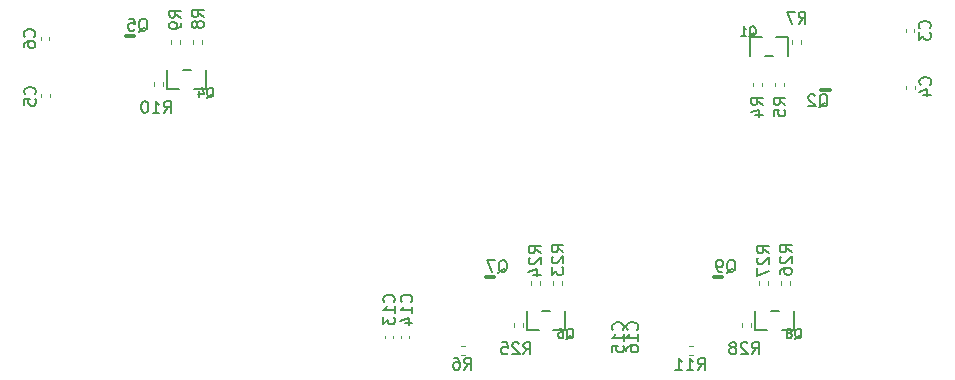
<source format=gbr>
%TF.GenerationSoftware,KiCad,Pcbnew,8.0.4*%
%TF.CreationDate,2024-08-06T11:45:18-05:00*%
%TF.ProjectId,sqrt_of_g_temp,73717274-5f6f-4665-9f67-5f74656d702e,1.0.1*%
%TF.SameCoordinates,Original*%
%TF.FileFunction,Legend,Bot*%
%TF.FilePolarity,Positive*%
%FSLAX46Y46*%
G04 Gerber Fmt 4.6, Leading zero omitted, Abs format (unit mm)*
G04 Created by KiCad (PCBNEW 8.0.4) date 2024-08-06 11:45:18*
%MOMM*%
%LPD*%
G01*
G04 APERTURE LIST*
%ADD10C,0.150000*%
%ADD11C,0.154432*%
%ADD12C,0.120000*%
%ADD13C,0.300000*%
%ADD14C,0.152400*%
G04 APERTURE END LIST*
D10*
X167112857Y-129904819D02*
X167446190Y-129428628D01*
X167684285Y-129904819D02*
X167684285Y-128904819D01*
X167684285Y-128904819D02*
X167303333Y-128904819D01*
X167303333Y-128904819D02*
X167208095Y-128952438D01*
X167208095Y-128952438D02*
X167160476Y-129000057D01*
X167160476Y-129000057D02*
X167112857Y-129095295D01*
X167112857Y-129095295D02*
X167112857Y-129238152D01*
X167112857Y-129238152D02*
X167160476Y-129333390D01*
X167160476Y-129333390D02*
X167208095Y-129381009D01*
X167208095Y-129381009D02*
X167303333Y-129428628D01*
X167303333Y-129428628D02*
X167684285Y-129428628D01*
X166160476Y-129904819D02*
X166731904Y-129904819D01*
X166446190Y-129904819D02*
X166446190Y-128904819D01*
X166446190Y-128904819D02*
X166541428Y-129047676D01*
X166541428Y-129047676D02*
X166636666Y-129142914D01*
X166636666Y-129142914D02*
X166731904Y-129190533D01*
X165208095Y-129904819D02*
X165779523Y-129904819D01*
X165493809Y-129904819D02*
X165493809Y-128904819D01*
X165493809Y-128904819D02*
X165589047Y-129047676D01*
X165589047Y-129047676D02*
X165684285Y-129142914D01*
X165684285Y-129142914D02*
X165779523Y-129190533D01*
X119771438Y-101255057D02*
X119866676Y-101207438D01*
X119866676Y-101207438D02*
X119961914Y-101112200D01*
X119961914Y-101112200D02*
X120104771Y-100969342D01*
X120104771Y-100969342D02*
X120200009Y-100921723D01*
X120200009Y-100921723D02*
X120295247Y-100921723D01*
X120247628Y-101159819D02*
X120342866Y-101112200D01*
X120342866Y-101112200D02*
X120438104Y-101016961D01*
X120438104Y-101016961D02*
X120485723Y-100826485D01*
X120485723Y-100826485D02*
X120485723Y-100493152D01*
X120485723Y-100493152D02*
X120438104Y-100302676D01*
X120438104Y-100302676D02*
X120342866Y-100207438D01*
X120342866Y-100207438D02*
X120247628Y-100159819D01*
X120247628Y-100159819D02*
X120057152Y-100159819D01*
X120057152Y-100159819D02*
X119961914Y-100207438D01*
X119961914Y-100207438D02*
X119866676Y-100302676D01*
X119866676Y-100302676D02*
X119819057Y-100493152D01*
X119819057Y-100493152D02*
X119819057Y-100826485D01*
X119819057Y-100826485D02*
X119866676Y-101016961D01*
X119866676Y-101016961D02*
X119961914Y-101112200D01*
X119961914Y-101112200D02*
X120057152Y-101159819D01*
X120057152Y-101159819D02*
X120247628Y-101159819D01*
X118914295Y-100159819D02*
X119390485Y-100159819D01*
X119390485Y-100159819D02*
X119438104Y-100636009D01*
X119438104Y-100636009D02*
X119390485Y-100588390D01*
X119390485Y-100588390D02*
X119295247Y-100540771D01*
X119295247Y-100540771D02*
X119057152Y-100540771D01*
X119057152Y-100540771D02*
X118961914Y-100588390D01*
X118961914Y-100588390D02*
X118914295Y-100636009D01*
X118914295Y-100636009D02*
X118866676Y-100731247D01*
X118866676Y-100731247D02*
X118866676Y-100969342D01*
X118866676Y-100969342D02*
X118914295Y-101064580D01*
X118914295Y-101064580D02*
X118961914Y-101112200D01*
X118961914Y-101112200D02*
X119057152Y-101159819D01*
X119057152Y-101159819D02*
X119295247Y-101159819D01*
X119295247Y-101159819D02*
X119390485Y-101112200D01*
X119390485Y-101112200D02*
X119438104Y-101064580D01*
X121899057Y-108139819D02*
X122232390Y-107663628D01*
X122470485Y-108139819D02*
X122470485Y-107139819D01*
X122470485Y-107139819D02*
X122089533Y-107139819D01*
X122089533Y-107139819D02*
X121994295Y-107187438D01*
X121994295Y-107187438D02*
X121946676Y-107235057D01*
X121946676Y-107235057D02*
X121899057Y-107330295D01*
X121899057Y-107330295D02*
X121899057Y-107473152D01*
X121899057Y-107473152D02*
X121946676Y-107568390D01*
X121946676Y-107568390D02*
X121994295Y-107616009D01*
X121994295Y-107616009D02*
X122089533Y-107663628D01*
X122089533Y-107663628D02*
X122470485Y-107663628D01*
X120946676Y-108139819D02*
X121518104Y-108139819D01*
X121232390Y-108139819D02*
X121232390Y-107139819D01*
X121232390Y-107139819D02*
X121327628Y-107282676D01*
X121327628Y-107282676D02*
X121422866Y-107377914D01*
X121422866Y-107377914D02*
X121518104Y-107425533D01*
X120327628Y-107139819D02*
X120232390Y-107139819D01*
X120232390Y-107139819D02*
X120137152Y-107187438D01*
X120137152Y-107187438D02*
X120089533Y-107235057D01*
X120089533Y-107235057D02*
X120041914Y-107330295D01*
X120041914Y-107330295D02*
X119994295Y-107520771D01*
X119994295Y-107520771D02*
X119994295Y-107758866D01*
X119994295Y-107758866D02*
X120041914Y-107949342D01*
X120041914Y-107949342D02*
X120089533Y-108044580D01*
X120089533Y-108044580D02*
X120137152Y-108092200D01*
X120137152Y-108092200D02*
X120232390Y-108139819D01*
X120232390Y-108139819D02*
X120327628Y-108139819D01*
X120327628Y-108139819D02*
X120422866Y-108092200D01*
X120422866Y-108092200D02*
X120470485Y-108044580D01*
X120470485Y-108044580D02*
X120518104Y-107949342D01*
X120518104Y-107949342D02*
X120565723Y-107758866D01*
X120565723Y-107758866D02*
X120565723Y-107520771D01*
X120565723Y-107520771D02*
X120518104Y-107330295D01*
X120518104Y-107330295D02*
X120470485Y-107235057D01*
X120470485Y-107235057D02*
X120422866Y-107187438D01*
X120422866Y-107187438D02*
X120327628Y-107139819D01*
X141369580Y-124137142D02*
X141417200Y-124089523D01*
X141417200Y-124089523D02*
X141464819Y-123946666D01*
X141464819Y-123946666D02*
X141464819Y-123851428D01*
X141464819Y-123851428D02*
X141417200Y-123708571D01*
X141417200Y-123708571D02*
X141321961Y-123613333D01*
X141321961Y-123613333D02*
X141226723Y-123565714D01*
X141226723Y-123565714D02*
X141036247Y-123518095D01*
X141036247Y-123518095D02*
X140893390Y-123518095D01*
X140893390Y-123518095D02*
X140702914Y-123565714D01*
X140702914Y-123565714D02*
X140607676Y-123613333D01*
X140607676Y-123613333D02*
X140512438Y-123708571D01*
X140512438Y-123708571D02*
X140464819Y-123851428D01*
X140464819Y-123851428D02*
X140464819Y-123946666D01*
X140464819Y-123946666D02*
X140512438Y-124089523D01*
X140512438Y-124089523D02*
X140560057Y-124137142D01*
X141464819Y-125089523D02*
X141464819Y-124518095D01*
X141464819Y-124803809D02*
X140464819Y-124803809D01*
X140464819Y-124803809D02*
X140607676Y-124708571D01*
X140607676Y-124708571D02*
X140702914Y-124613333D01*
X140702914Y-124613333D02*
X140750533Y-124518095D01*
X140464819Y-125422857D02*
X140464819Y-126041904D01*
X140464819Y-126041904D02*
X140845771Y-125708571D01*
X140845771Y-125708571D02*
X140845771Y-125851428D01*
X140845771Y-125851428D02*
X140893390Y-125946666D01*
X140893390Y-125946666D02*
X140941009Y-125994285D01*
X140941009Y-125994285D02*
X141036247Y-126041904D01*
X141036247Y-126041904D02*
X141274342Y-126041904D01*
X141274342Y-126041904D02*
X141369580Y-125994285D01*
X141369580Y-125994285D02*
X141417200Y-125946666D01*
X141417200Y-125946666D02*
X141464819Y-125851428D01*
X141464819Y-125851428D02*
X141464819Y-125565714D01*
X141464819Y-125565714D02*
X141417200Y-125470476D01*
X141417200Y-125470476D02*
X141369580Y-125422857D01*
X173138619Y-120002142D02*
X172662428Y-119668809D01*
X173138619Y-119430714D02*
X172138619Y-119430714D01*
X172138619Y-119430714D02*
X172138619Y-119811666D01*
X172138619Y-119811666D02*
X172186238Y-119906904D01*
X172186238Y-119906904D02*
X172233857Y-119954523D01*
X172233857Y-119954523D02*
X172329095Y-120002142D01*
X172329095Y-120002142D02*
X172471952Y-120002142D01*
X172471952Y-120002142D02*
X172567190Y-119954523D01*
X172567190Y-119954523D02*
X172614809Y-119906904D01*
X172614809Y-119906904D02*
X172662428Y-119811666D01*
X172662428Y-119811666D02*
X172662428Y-119430714D01*
X172233857Y-120383095D02*
X172186238Y-120430714D01*
X172186238Y-120430714D02*
X172138619Y-120525952D01*
X172138619Y-120525952D02*
X172138619Y-120764047D01*
X172138619Y-120764047D02*
X172186238Y-120859285D01*
X172186238Y-120859285D02*
X172233857Y-120906904D01*
X172233857Y-120906904D02*
X172329095Y-120954523D01*
X172329095Y-120954523D02*
X172424333Y-120954523D01*
X172424333Y-120954523D02*
X172567190Y-120906904D01*
X172567190Y-120906904D02*
X173138619Y-120335476D01*
X173138619Y-120335476D02*
X173138619Y-120954523D01*
X172138619Y-121287857D02*
X172138619Y-121954523D01*
X172138619Y-121954523D02*
X173138619Y-121525952D01*
X147336666Y-129864819D02*
X147669999Y-129388628D01*
X147908094Y-129864819D02*
X147908094Y-128864819D01*
X147908094Y-128864819D02*
X147527142Y-128864819D01*
X147527142Y-128864819D02*
X147431904Y-128912438D01*
X147431904Y-128912438D02*
X147384285Y-128960057D01*
X147384285Y-128960057D02*
X147336666Y-129055295D01*
X147336666Y-129055295D02*
X147336666Y-129198152D01*
X147336666Y-129198152D02*
X147384285Y-129293390D01*
X147384285Y-129293390D02*
X147431904Y-129341009D01*
X147431904Y-129341009D02*
X147527142Y-129388628D01*
X147527142Y-129388628D02*
X147908094Y-129388628D01*
X146479523Y-128864819D02*
X146669999Y-128864819D01*
X146669999Y-128864819D02*
X146765237Y-128912438D01*
X146765237Y-128912438D02*
X146812856Y-128960057D01*
X146812856Y-128960057D02*
X146908094Y-129102914D01*
X146908094Y-129102914D02*
X146955713Y-129293390D01*
X146955713Y-129293390D02*
X146955713Y-129674342D01*
X146955713Y-129674342D02*
X146908094Y-129769580D01*
X146908094Y-129769580D02*
X146860475Y-129817200D01*
X146860475Y-129817200D02*
X146765237Y-129864819D01*
X146765237Y-129864819D02*
X146574761Y-129864819D01*
X146574761Y-129864819D02*
X146479523Y-129817200D01*
X146479523Y-129817200D02*
X146431904Y-129769580D01*
X146431904Y-129769580D02*
X146384285Y-129674342D01*
X146384285Y-129674342D02*
X146384285Y-129436247D01*
X146384285Y-129436247D02*
X146431904Y-129341009D01*
X146431904Y-129341009D02*
X146479523Y-129293390D01*
X146479523Y-129293390D02*
X146574761Y-129245771D01*
X146574761Y-129245771D02*
X146765237Y-129245771D01*
X146765237Y-129245771D02*
X146860475Y-129293390D01*
X146860475Y-129293390D02*
X146908094Y-129341009D01*
X146908094Y-129341009D02*
X146955713Y-129436247D01*
X175636666Y-100574819D02*
X175969999Y-100098628D01*
X176208094Y-100574819D02*
X176208094Y-99574819D01*
X176208094Y-99574819D02*
X175827142Y-99574819D01*
X175827142Y-99574819D02*
X175731904Y-99622438D01*
X175731904Y-99622438D02*
X175684285Y-99670057D01*
X175684285Y-99670057D02*
X175636666Y-99765295D01*
X175636666Y-99765295D02*
X175636666Y-99908152D01*
X175636666Y-99908152D02*
X175684285Y-100003390D01*
X175684285Y-100003390D02*
X175731904Y-100051009D01*
X175731904Y-100051009D02*
X175827142Y-100098628D01*
X175827142Y-100098628D02*
X176208094Y-100098628D01*
X175303332Y-99574819D02*
X174636666Y-99574819D01*
X174636666Y-99574819D02*
X175065237Y-100574819D01*
X125274819Y-99983333D02*
X124798628Y-99650000D01*
X125274819Y-99411905D02*
X124274819Y-99411905D01*
X124274819Y-99411905D02*
X124274819Y-99792857D01*
X124274819Y-99792857D02*
X124322438Y-99888095D01*
X124322438Y-99888095D02*
X124370057Y-99935714D01*
X124370057Y-99935714D02*
X124465295Y-99983333D01*
X124465295Y-99983333D02*
X124608152Y-99983333D01*
X124608152Y-99983333D02*
X124703390Y-99935714D01*
X124703390Y-99935714D02*
X124751009Y-99888095D01*
X124751009Y-99888095D02*
X124798628Y-99792857D01*
X124798628Y-99792857D02*
X124798628Y-99411905D01*
X124703390Y-100554762D02*
X124655771Y-100459524D01*
X124655771Y-100459524D02*
X124608152Y-100411905D01*
X124608152Y-100411905D02*
X124512914Y-100364286D01*
X124512914Y-100364286D02*
X124465295Y-100364286D01*
X124465295Y-100364286D02*
X124370057Y-100411905D01*
X124370057Y-100411905D02*
X124322438Y-100459524D01*
X124322438Y-100459524D02*
X124274819Y-100554762D01*
X124274819Y-100554762D02*
X124274819Y-100745238D01*
X124274819Y-100745238D02*
X124322438Y-100840476D01*
X124322438Y-100840476D02*
X124370057Y-100888095D01*
X124370057Y-100888095D02*
X124465295Y-100935714D01*
X124465295Y-100935714D02*
X124512914Y-100935714D01*
X124512914Y-100935714D02*
X124608152Y-100888095D01*
X124608152Y-100888095D02*
X124655771Y-100840476D01*
X124655771Y-100840476D02*
X124703390Y-100745238D01*
X124703390Y-100745238D02*
X124703390Y-100554762D01*
X124703390Y-100554762D02*
X124751009Y-100459524D01*
X124751009Y-100459524D02*
X124798628Y-100411905D01*
X124798628Y-100411905D02*
X124893866Y-100364286D01*
X124893866Y-100364286D02*
X125084342Y-100364286D01*
X125084342Y-100364286D02*
X125179580Y-100411905D01*
X125179580Y-100411905D02*
X125227200Y-100459524D01*
X125227200Y-100459524D02*
X125274819Y-100554762D01*
X125274819Y-100554762D02*
X125274819Y-100745238D01*
X125274819Y-100745238D02*
X125227200Y-100840476D01*
X125227200Y-100840476D02*
X125179580Y-100888095D01*
X125179580Y-100888095D02*
X125084342Y-100935714D01*
X125084342Y-100935714D02*
X124893866Y-100935714D01*
X124893866Y-100935714D02*
X124798628Y-100888095D01*
X124798628Y-100888095D02*
X124751009Y-100840476D01*
X124751009Y-100840476D02*
X124703390Y-100745238D01*
X142849580Y-124147142D02*
X142897200Y-124099523D01*
X142897200Y-124099523D02*
X142944819Y-123956666D01*
X142944819Y-123956666D02*
X142944819Y-123861428D01*
X142944819Y-123861428D02*
X142897200Y-123718571D01*
X142897200Y-123718571D02*
X142801961Y-123623333D01*
X142801961Y-123623333D02*
X142706723Y-123575714D01*
X142706723Y-123575714D02*
X142516247Y-123528095D01*
X142516247Y-123528095D02*
X142373390Y-123528095D01*
X142373390Y-123528095D02*
X142182914Y-123575714D01*
X142182914Y-123575714D02*
X142087676Y-123623333D01*
X142087676Y-123623333D02*
X141992438Y-123718571D01*
X141992438Y-123718571D02*
X141944819Y-123861428D01*
X141944819Y-123861428D02*
X141944819Y-123956666D01*
X141944819Y-123956666D02*
X141992438Y-124099523D01*
X141992438Y-124099523D02*
X142040057Y-124147142D01*
X142944819Y-125099523D02*
X142944819Y-124528095D01*
X142944819Y-124813809D02*
X141944819Y-124813809D01*
X141944819Y-124813809D02*
X142087676Y-124718571D01*
X142087676Y-124718571D02*
X142182914Y-124623333D01*
X142182914Y-124623333D02*
X142230533Y-124528095D01*
X142278152Y-125956666D02*
X142944819Y-125956666D01*
X141897200Y-125718571D02*
X142611485Y-125480476D01*
X142611485Y-125480476D02*
X142611485Y-126099523D01*
X177365238Y-107668156D02*
X177460476Y-107620537D01*
X177460476Y-107620537D02*
X177555714Y-107525299D01*
X177555714Y-107525299D02*
X177698571Y-107382441D01*
X177698571Y-107382441D02*
X177793809Y-107334822D01*
X177793809Y-107334822D02*
X177889047Y-107334822D01*
X177841428Y-107572918D02*
X177936666Y-107525299D01*
X177936666Y-107525299D02*
X178031904Y-107430060D01*
X178031904Y-107430060D02*
X178079523Y-107239584D01*
X178079523Y-107239584D02*
X178079523Y-106906251D01*
X178079523Y-106906251D02*
X178031904Y-106715775D01*
X178031904Y-106715775D02*
X177936666Y-106620537D01*
X177936666Y-106620537D02*
X177841428Y-106572918D01*
X177841428Y-106572918D02*
X177650952Y-106572918D01*
X177650952Y-106572918D02*
X177555714Y-106620537D01*
X177555714Y-106620537D02*
X177460476Y-106715775D01*
X177460476Y-106715775D02*
X177412857Y-106906251D01*
X177412857Y-106906251D02*
X177412857Y-107239584D01*
X177412857Y-107239584D02*
X177460476Y-107430060D01*
X177460476Y-107430060D02*
X177555714Y-107525299D01*
X177555714Y-107525299D02*
X177650952Y-107572918D01*
X177650952Y-107572918D02*
X177841428Y-107572918D01*
X177031904Y-106668156D02*
X176984285Y-106620537D01*
X176984285Y-106620537D02*
X176889047Y-106572918D01*
X176889047Y-106572918D02*
X176650952Y-106572918D01*
X176650952Y-106572918D02*
X176555714Y-106620537D01*
X176555714Y-106620537D02*
X176508095Y-106668156D01*
X176508095Y-106668156D02*
X176460476Y-106763394D01*
X176460476Y-106763394D02*
X176460476Y-106858632D01*
X176460476Y-106858632D02*
X176508095Y-107001489D01*
X176508095Y-107001489D02*
X177079523Y-107572918D01*
X177079523Y-107572918D02*
X176460476Y-107572918D01*
X175058619Y-119922142D02*
X174582428Y-119588809D01*
X175058619Y-119350714D02*
X174058619Y-119350714D01*
X174058619Y-119350714D02*
X174058619Y-119731666D01*
X174058619Y-119731666D02*
X174106238Y-119826904D01*
X174106238Y-119826904D02*
X174153857Y-119874523D01*
X174153857Y-119874523D02*
X174249095Y-119922142D01*
X174249095Y-119922142D02*
X174391952Y-119922142D01*
X174391952Y-119922142D02*
X174487190Y-119874523D01*
X174487190Y-119874523D02*
X174534809Y-119826904D01*
X174534809Y-119826904D02*
X174582428Y-119731666D01*
X174582428Y-119731666D02*
X174582428Y-119350714D01*
X174153857Y-120303095D02*
X174106238Y-120350714D01*
X174106238Y-120350714D02*
X174058619Y-120445952D01*
X174058619Y-120445952D02*
X174058619Y-120684047D01*
X174058619Y-120684047D02*
X174106238Y-120779285D01*
X174106238Y-120779285D02*
X174153857Y-120826904D01*
X174153857Y-120826904D02*
X174249095Y-120874523D01*
X174249095Y-120874523D02*
X174344333Y-120874523D01*
X174344333Y-120874523D02*
X174487190Y-120826904D01*
X174487190Y-120826904D02*
X175058619Y-120255476D01*
X175058619Y-120255476D02*
X175058619Y-120874523D01*
X174058619Y-121731666D02*
X174058619Y-121541190D01*
X174058619Y-121541190D02*
X174106238Y-121445952D01*
X174106238Y-121445952D02*
X174153857Y-121398333D01*
X174153857Y-121398333D02*
X174296714Y-121303095D01*
X174296714Y-121303095D02*
X174487190Y-121255476D01*
X174487190Y-121255476D02*
X174868142Y-121255476D01*
X174868142Y-121255476D02*
X174963380Y-121303095D01*
X174963380Y-121303095D02*
X175011000Y-121350714D01*
X175011000Y-121350714D02*
X175058619Y-121445952D01*
X175058619Y-121445952D02*
X175058619Y-121636428D01*
X175058619Y-121636428D02*
X175011000Y-121731666D01*
X175011000Y-121731666D02*
X174963380Y-121779285D01*
X174963380Y-121779285D02*
X174868142Y-121826904D01*
X174868142Y-121826904D02*
X174630047Y-121826904D01*
X174630047Y-121826904D02*
X174534809Y-121779285D01*
X174534809Y-121779285D02*
X174487190Y-121731666D01*
X174487190Y-121731666D02*
X174439571Y-121636428D01*
X174439571Y-121636428D02*
X174439571Y-121445952D01*
X174439571Y-121445952D02*
X174487190Y-121350714D01*
X174487190Y-121350714D02*
X174534809Y-121303095D01*
X174534809Y-121303095D02*
X174630047Y-121255476D01*
X153798619Y-120010242D02*
X153322428Y-119676909D01*
X153798619Y-119438814D02*
X152798619Y-119438814D01*
X152798619Y-119438814D02*
X152798619Y-119819766D01*
X152798619Y-119819766D02*
X152846238Y-119915004D01*
X152846238Y-119915004D02*
X152893857Y-119962623D01*
X152893857Y-119962623D02*
X152989095Y-120010242D01*
X152989095Y-120010242D02*
X153131952Y-120010242D01*
X153131952Y-120010242D02*
X153227190Y-119962623D01*
X153227190Y-119962623D02*
X153274809Y-119915004D01*
X153274809Y-119915004D02*
X153322428Y-119819766D01*
X153322428Y-119819766D02*
X153322428Y-119438814D01*
X152893857Y-120391195D02*
X152846238Y-120438814D01*
X152846238Y-120438814D02*
X152798619Y-120534052D01*
X152798619Y-120534052D02*
X152798619Y-120772147D01*
X152798619Y-120772147D02*
X152846238Y-120867385D01*
X152846238Y-120867385D02*
X152893857Y-120915004D01*
X152893857Y-120915004D02*
X152989095Y-120962623D01*
X152989095Y-120962623D02*
X153084333Y-120962623D01*
X153084333Y-120962623D02*
X153227190Y-120915004D01*
X153227190Y-120915004D02*
X153798619Y-120343576D01*
X153798619Y-120343576D02*
X153798619Y-120962623D01*
X153131952Y-121819766D02*
X153798619Y-121819766D01*
X152751000Y-121581671D02*
X153465285Y-121343576D01*
X153465285Y-121343576D02*
X153465285Y-121962623D01*
X123354819Y-100063333D02*
X122878628Y-99730000D01*
X123354819Y-99491905D02*
X122354819Y-99491905D01*
X122354819Y-99491905D02*
X122354819Y-99872857D01*
X122354819Y-99872857D02*
X122402438Y-99968095D01*
X122402438Y-99968095D02*
X122450057Y-100015714D01*
X122450057Y-100015714D02*
X122545295Y-100063333D01*
X122545295Y-100063333D02*
X122688152Y-100063333D01*
X122688152Y-100063333D02*
X122783390Y-100015714D01*
X122783390Y-100015714D02*
X122831009Y-99968095D01*
X122831009Y-99968095D02*
X122878628Y-99872857D01*
X122878628Y-99872857D02*
X122878628Y-99491905D01*
X123354819Y-100539524D02*
X123354819Y-100730000D01*
X123354819Y-100730000D02*
X123307200Y-100825238D01*
X123307200Y-100825238D02*
X123259580Y-100872857D01*
X123259580Y-100872857D02*
X123116723Y-100968095D01*
X123116723Y-100968095D02*
X122926247Y-101015714D01*
X122926247Y-101015714D02*
X122545295Y-101015714D01*
X122545295Y-101015714D02*
X122450057Y-100968095D01*
X122450057Y-100968095D02*
X122402438Y-100920476D01*
X122402438Y-100920476D02*
X122354819Y-100825238D01*
X122354819Y-100825238D02*
X122354819Y-100634762D01*
X122354819Y-100634762D02*
X122402438Y-100539524D01*
X122402438Y-100539524D02*
X122450057Y-100491905D01*
X122450057Y-100491905D02*
X122545295Y-100444286D01*
X122545295Y-100444286D02*
X122783390Y-100444286D01*
X122783390Y-100444286D02*
X122878628Y-100491905D01*
X122878628Y-100491905D02*
X122926247Y-100539524D01*
X122926247Y-100539524D02*
X122973866Y-100634762D01*
X122973866Y-100634762D02*
X122973866Y-100825238D01*
X122973866Y-100825238D02*
X122926247Y-100920476D01*
X122926247Y-100920476D02*
X122878628Y-100968095D01*
X122878628Y-100968095D02*
X122783390Y-101015714D01*
X171682857Y-128554819D02*
X172016190Y-128078628D01*
X172254285Y-128554819D02*
X172254285Y-127554819D01*
X172254285Y-127554819D02*
X171873333Y-127554819D01*
X171873333Y-127554819D02*
X171778095Y-127602438D01*
X171778095Y-127602438D02*
X171730476Y-127650057D01*
X171730476Y-127650057D02*
X171682857Y-127745295D01*
X171682857Y-127745295D02*
X171682857Y-127888152D01*
X171682857Y-127888152D02*
X171730476Y-127983390D01*
X171730476Y-127983390D02*
X171778095Y-128031009D01*
X171778095Y-128031009D02*
X171873333Y-128078628D01*
X171873333Y-128078628D02*
X172254285Y-128078628D01*
X171301904Y-127650057D02*
X171254285Y-127602438D01*
X171254285Y-127602438D02*
X171159047Y-127554819D01*
X171159047Y-127554819D02*
X170920952Y-127554819D01*
X170920952Y-127554819D02*
X170825714Y-127602438D01*
X170825714Y-127602438D02*
X170778095Y-127650057D01*
X170778095Y-127650057D02*
X170730476Y-127745295D01*
X170730476Y-127745295D02*
X170730476Y-127840533D01*
X170730476Y-127840533D02*
X170778095Y-127983390D01*
X170778095Y-127983390D02*
X171349523Y-128554819D01*
X171349523Y-128554819D02*
X170730476Y-128554819D01*
X170159047Y-127983390D02*
X170254285Y-127935771D01*
X170254285Y-127935771D02*
X170301904Y-127888152D01*
X170301904Y-127888152D02*
X170349523Y-127792914D01*
X170349523Y-127792914D02*
X170349523Y-127745295D01*
X170349523Y-127745295D02*
X170301904Y-127650057D01*
X170301904Y-127650057D02*
X170254285Y-127602438D01*
X170254285Y-127602438D02*
X170159047Y-127554819D01*
X170159047Y-127554819D02*
X169968571Y-127554819D01*
X169968571Y-127554819D02*
X169873333Y-127602438D01*
X169873333Y-127602438D02*
X169825714Y-127650057D01*
X169825714Y-127650057D02*
X169778095Y-127745295D01*
X169778095Y-127745295D02*
X169778095Y-127792914D01*
X169778095Y-127792914D02*
X169825714Y-127888152D01*
X169825714Y-127888152D02*
X169873333Y-127935771D01*
X169873333Y-127935771D02*
X169968571Y-127983390D01*
X169968571Y-127983390D02*
X170159047Y-127983390D01*
X170159047Y-127983390D02*
X170254285Y-128031009D01*
X170254285Y-128031009D02*
X170301904Y-128078628D01*
X170301904Y-128078628D02*
X170349523Y-128173866D01*
X170349523Y-128173866D02*
X170349523Y-128364342D01*
X170349523Y-128364342D02*
X170301904Y-128459580D01*
X170301904Y-128459580D02*
X170254285Y-128507200D01*
X170254285Y-128507200D02*
X170159047Y-128554819D01*
X170159047Y-128554819D02*
X169968571Y-128554819D01*
X169968571Y-128554819D02*
X169873333Y-128507200D01*
X169873333Y-128507200D02*
X169825714Y-128459580D01*
X169825714Y-128459580D02*
X169778095Y-128364342D01*
X169778095Y-128364342D02*
X169778095Y-128173866D01*
X169778095Y-128173866D02*
X169825714Y-128078628D01*
X169825714Y-128078628D02*
X169873333Y-128031009D01*
X169873333Y-128031009D02*
X169968571Y-127983390D01*
X169555238Y-121670057D02*
X169650476Y-121622438D01*
X169650476Y-121622438D02*
X169745714Y-121527200D01*
X169745714Y-121527200D02*
X169888571Y-121384342D01*
X169888571Y-121384342D02*
X169983809Y-121336723D01*
X169983809Y-121336723D02*
X170079047Y-121336723D01*
X170031428Y-121574819D02*
X170126666Y-121527200D01*
X170126666Y-121527200D02*
X170221904Y-121431961D01*
X170221904Y-121431961D02*
X170269523Y-121241485D01*
X170269523Y-121241485D02*
X170269523Y-120908152D01*
X170269523Y-120908152D02*
X170221904Y-120717676D01*
X170221904Y-120717676D02*
X170126666Y-120622438D01*
X170126666Y-120622438D02*
X170031428Y-120574819D01*
X170031428Y-120574819D02*
X169840952Y-120574819D01*
X169840952Y-120574819D02*
X169745714Y-120622438D01*
X169745714Y-120622438D02*
X169650476Y-120717676D01*
X169650476Y-120717676D02*
X169602857Y-120908152D01*
X169602857Y-120908152D02*
X169602857Y-121241485D01*
X169602857Y-121241485D02*
X169650476Y-121431961D01*
X169650476Y-121431961D02*
X169745714Y-121527200D01*
X169745714Y-121527200D02*
X169840952Y-121574819D01*
X169840952Y-121574819D02*
X170031428Y-121574819D01*
X169126666Y-121574819D02*
X168936190Y-121574819D01*
X168936190Y-121574819D02*
X168840952Y-121527200D01*
X168840952Y-121527200D02*
X168793333Y-121479580D01*
X168793333Y-121479580D02*
X168698095Y-121336723D01*
X168698095Y-121336723D02*
X168650476Y-121146247D01*
X168650476Y-121146247D02*
X168650476Y-120765295D01*
X168650476Y-120765295D02*
X168698095Y-120670057D01*
X168698095Y-120670057D02*
X168745714Y-120622438D01*
X168745714Y-120622438D02*
X168840952Y-120574819D01*
X168840952Y-120574819D02*
X169031428Y-120574819D01*
X169031428Y-120574819D02*
X169126666Y-120622438D01*
X169126666Y-120622438D02*
X169174285Y-120670057D01*
X169174285Y-120670057D02*
X169221904Y-120765295D01*
X169221904Y-120765295D02*
X169221904Y-121003390D01*
X169221904Y-121003390D02*
X169174285Y-121098628D01*
X169174285Y-121098628D02*
X169126666Y-121146247D01*
X169126666Y-121146247D02*
X169031428Y-121193866D01*
X169031428Y-121193866D02*
X168840952Y-121193866D01*
X168840952Y-121193866D02*
X168745714Y-121146247D01*
X168745714Y-121146247D02*
X168698095Y-121098628D01*
X168698095Y-121098628D02*
X168650476Y-121003390D01*
D11*
X155983579Y-127274110D02*
X156057118Y-127237341D01*
X156057118Y-127237341D02*
X156130657Y-127163802D01*
X156130657Y-127163802D02*
X156240965Y-127053493D01*
X156240965Y-127053493D02*
X156314504Y-127016723D01*
X156314504Y-127016723D02*
X156388043Y-127016723D01*
X156351274Y-127200571D02*
X156424813Y-127163802D01*
X156424813Y-127163802D02*
X156498352Y-127090262D01*
X156498352Y-127090262D02*
X156535121Y-126943184D01*
X156535121Y-126943184D02*
X156535121Y-126685798D01*
X156535121Y-126685798D02*
X156498352Y-126538720D01*
X156498352Y-126538720D02*
X156424813Y-126465181D01*
X156424813Y-126465181D02*
X156351274Y-126428411D01*
X156351274Y-126428411D02*
X156204196Y-126428411D01*
X156204196Y-126428411D02*
X156130657Y-126465181D01*
X156130657Y-126465181D02*
X156057118Y-126538720D01*
X156057118Y-126538720D02*
X156020348Y-126685798D01*
X156020348Y-126685798D02*
X156020348Y-126943184D01*
X156020348Y-126943184D02*
X156057118Y-127090262D01*
X156057118Y-127090262D02*
X156130657Y-127163802D01*
X156130657Y-127163802D02*
X156204196Y-127200571D01*
X156204196Y-127200571D02*
X156351274Y-127200571D01*
X155358496Y-126428411D02*
X155505574Y-126428411D01*
X155505574Y-126428411D02*
X155579113Y-126465181D01*
X155579113Y-126465181D02*
X155615883Y-126501950D01*
X155615883Y-126501950D02*
X155689422Y-126612259D01*
X155689422Y-126612259D02*
X155726191Y-126759337D01*
X155726191Y-126759337D02*
X155726191Y-127053493D01*
X155726191Y-127053493D02*
X155689422Y-127127032D01*
X155689422Y-127127032D02*
X155652652Y-127163802D01*
X155652652Y-127163802D02*
X155579113Y-127200571D01*
X155579113Y-127200571D02*
X155432035Y-127200571D01*
X155432035Y-127200571D02*
X155358496Y-127163802D01*
X155358496Y-127163802D02*
X155321727Y-127127032D01*
X155321727Y-127127032D02*
X155284957Y-127053493D01*
X155284957Y-127053493D02*
X155284957Y-126869645D01*
X155284957Y-126869645D02*
X155321727Y-126796106D01*
X155321727Y-126796106D02*
X155358496Y-126759337D01*
X155358496Y-126759337D02*
X155432035Y-126722567D01*
X155432035Y-126722567D02*
X155579113Y-126722567D01*
X155579113Y-126722567D02*
X155652652Y-126759337D01*
X155652652Y-126759337D02*
X155689422Y-126796106D01*
X155689422Y-126796106D02*
X155726191Y-126869645D01*
D10*
X152342857Y-128562919D02*
X152676190Y-128086728D01*
X152914285Y-128562919D02*
X152914285Y-127562919D01*
X152914285Y-127562919D02*
X152533333Y-127562919D01*
X152533333Y-127562919D02*
X152438095Y-127610538D01*
X152438095Y-127610538D02*
X152390476Y-127658157D01*
X152390476Y-127658157D02*
X152342857Y-127753395D01*
X152342857Y-127753395D02*
X152342857Y-127896252D01*
X152342857Y-127896252D02*
X152390476Y-127991490D01*
X152390476Y-127991490D02*
X152438095Y-128039109D01*
X152438095Y-128039109D02*
X152533333Y-128086728D01*
X152533333Y-128086728D02*
X152914285Y-128086728D01*
X151961904Y-127658157D02*
X151914285Y-127610538D01*
X151914285Y-127610538D02*
X151819047Y-127562919D01*
X151819047Y-127562919D02*
X151580952Y-127562919D01*
X151580952Y-127562919D02*
X151485714Y-127610538D01*
X151485714Y-127610538D02*
X151438095Y-127658157D01*
X151438095Y-127658157D02*
X151390476Y-127753395D01*
X151390476Y-127753395D02*
X151390476Y-127848633D01*
X151390476Y-127848633D02*
X151438095Y-127991490D01*
X151438095Y-127991490D02*
X152009523Y-128562919D01*
X152009523Y-128562919D02*
X151390476Y-128562919D01*
X150485714Y-127562919D02*
X150961904Y-127562919D01*
X150961904Y-127562919D02*
X151009523Y-128039109D01*
X151009523Y-128039109D02*
X150961904Y-127991490D01*
X150961904Y-127991490D02*
X150866666Y-127943871D01*
X150866666Y-127943871D02*
X150628571Y-127943871D01*
X150628571Y-127943871D02*
X150533333Y-127991490D01*
X150533333Y-127991490D02*
X150485714Y-128039109D01*
X150485714Y-128039109D02*
X150438095Y-128134347D01*
X150438095Y-128134347D02*
X150438095Y-128372442D01*
X150438095Y-128372442D02*
X150485714Y-128467680D01*
X150485714Y-128467680D02*
X150533333Y-128515300D01*
X150533333Y-128515300D02*
X150628571Y-128562919D01*
X150628571Y-128562919D02*
X150866666Y-128562919D01*
X150866666Y-128562919D02*
X150961904Y-128515300D01*
X150961904Y-128515300D02*
X151009523Y-128467680D01*
X110955780Y-106558332D02*
X111003400Y-106510713D01*
X111003400Y-106510713D02*
X111051019Y-106367856D01*
X111051019Y-106367856D02*
X111051019Y-106272618D01*
X111051019Y-106272618D02*
X111003400Y-106129761D01*
X111003400Y-106129761D02*
X110908161Y-106034523D01*
X110908161Y-106034523D02*
X110812923Y-105986904D01*
X110812923Y-105986904D02*
X110622447Y-105939285D01*
X110622447Y-105939285D02*
X110479590Y-105939285D01*
X110479590Y-105939285D02*
X110289114Y-105986904D01*
X110289114Y-105986904D02*
X110193876Y-106034523D01*
X110193876Y-106034523D02*
X110098638Y-106129761D01*
X110098638Y-106129761D02*
X110051019Y-106272618D01*
X110051019Y-106272618D02*
X110051019Y-106367856D01*
X110051019Y-106367856D02*
X110098638Y-106510713D01*
X110098638Y-106510713D02*
X110146257Y-106558332D01*
X110051019Y-107463094D02*
X110051019Y-106986904D01*
X110051019Y-106986904D02*
X110527209Y-106939285D01*
X110527209Y-106939285D02*
X110479590Y-106986904D01*
X110479590Y-106986904D02*
X110431971Y-107082142D01*
X110431971Y-107082142D02*
X110431971Y-107320237D01*
X110431971Y-107320237D02*
X110479590Y-107415475D01*
X110479590Y-107415475D02*
X110527209Y-107463094D01*
X110527209Y-107463094D02*
X110622447Y-107510713D01*
X110622447Y-107510713D02*
X110860542Y-107510713D01*
X110860542Y-107510713D02*
X110955780Y-107463094D01*
X110955780Y-107463094D02*
X111003400Y-107415475D01*
X111003400Y-107415475D02*
X111051019Y-107320237D01*
X111051019Y-107320237D02*
X111051019Y-107082142D01*
X111051019Y-107082142D02*
X111003400Y-106986904D01*
X111003400Y-106986904D02*
X110955780Y-106939285D01*
X110929580Y-101683333D02*
X110977200Y-101635714D01*
X110977200Y-101635714D02*
X111024819Y-101492857D01*
X111024819Y-101492857D02*
X111024819Y-101397619D01*
X111024819Y-101397619D02*
X110977200Y-101254762D01*
X110977200Y-101254762D02*
X110881961Y-101159524D01*
X110881961Y-101159524D02*
X110786723Y-101111905D01*
X110786723Y-101111905D02*
X110596247Y-101064286D01*
X110596247Y-101064286D02*
X110453390Y-101064286D01*
X110453390Y-101064286D02*
X110262914Y-101111905D01*
X110262914Y-101111905D02*
X110167676Y-101159524D01*
X110167676Y-101159524D02*
X110072438Y-101254762D01*
X110072438Y-101254762D02*
X110024819Y-101397619D01*
X110024819Y-101397619D02*
X110024819Y-101492857D01*
X110024819Y-101492857D02*
X110072438Y-101635714D01*
X110072438Y-101635714D02*
X110120057Y-101683333D01*
X110024819Y-102540476D02*
X110024819Y-102350000D01*
X110024819Y-102350000D02*
X110072438Y-102254762D01*
X110072438Y-102254762D02*
X110120057Y-102207143D01*
X110120057Y-102207143D02*
X110262914Y-102111905D01*
X110262914Y-102111905D02*
X110453390Y-102064286D01*
X110453390Y-102064286D02*
X110834342Y-102064286D01*
X110834342Y-102064286D02*
X110929580Y-102111905D01*
X110929580Y-102111905D02*
X110977200Y-102159524D01*
X110977200Y-102159524D02*
X111024819Y-102254762D01*
X111024819Y-102254762D02*
X111024819Y-102445238D01*
X111024819Y-102445238D02*
X110977200Y-102540476D01*
X110977200Y-102540476D02*
X110929580Y-102588095D01*
X110929580Y-102588095D02*
X110834342Y-102635714D01*
X110834342Y-102635714D02*
X110596247Y-102635714D01*
X110596247Y-102635714D02*
X110501009Y-102588095D01*
X110501009Y-102588095D02*
X110453390Y-102540476D01*
X110453390Y-102540476D02*
X110405771Y-102445238D01*
X110405771Y-102445238D02*
X110405771Y-102254762D01*
X110405771Y-102254762D02*
X110453390Y-102159524D01*
X110453390Y-102159524D02*
X110501009Y-102111905D01*
X110501009Y-102111905D02*
X110596247Y-102064286D01*
X186779580Y-105741433D02*
X186827200Y-105693814D01*
X186827200Y-105693814D02*
X186874819Y-105550957D01*
X186874819Y-105550957D02*
X186874819Y-105455719D01*
X186874819Y-105455719D02*
X186827200Y-105312862D01*
X186827200Y-105312862D02*
X186731961Y-105217624D01*
X186731961Y-105217624D02*
X186636723Y-105170005D01*
X186636723Y-105170005D02*
X186446247Y-105122386D01*
X186446247Y-105122386D02*
X186303390Y-105122386D01*
X186303390Y-105122386D02*
X186112914Y-105170005D01*
X186112914Y-105170005D02*
X186017676Y-105217624D01*
X186017676Y-105217624D02*
X185922438Y-105312862D01*
X185922438Y-105312862D02*
X185874819Y-105455719D01*
X185874819Y-105455719D02*
X185874819Y-105550957D01*
X185874819Y-105550957D02*
X185922438Y-105693814D01*
X185922438Y-105693814D02*
X185970057Y-105741433D01*
X186208152Y-106598576D02*
X186874819Y-106598576D01*
X185827200Y-106360481D02*
X186541485Y-106122386D01*
X186541485Y-106122386D02*
X186541485Y-106741433D01*
D11*
X171459779Y-101661010D02*
X171533318Y-101624241D01*
X171533318Y-101624241D02*
X171606857Y-101550702D01*
X171606857Y-101550702D02*
X171717165Y-101440393D01*
X171717165Y-101440393D02*
X171790704Y-101403623D01*
X171790704Y-101403623D02*
X171864243Y-101403623D01*
X171827474Y-101587471D02*
X171901013Y-101550702D01*
X171901013Y-101550702D02*
X171974552Y-101477162D01*
X171974552Y-101477162D02*
X172011321Y-101330084D01*
X172011321Y-101330084D02*
X172011321Y-101072698D01*
X172011321Y-101072698D02*
X171974552Y-100925620D01*
X171974552Y-100925620D02*
X171901013Y-100852081D01*
X171901013Y-100852081D02*
X171827474Y-100815311D01*
X171827474Y-100815311D02*
X171680396Y-100815311D01*
X171680396Y-100815311D02*
X171606857Y-100852081D01*
X171606857Y-100852081D02*
X171533318Y-100925620D01*
X171533318Y-100925620D02*
X171496548Y-101072698D01*
X171496548Y-101072698D02*
X171496548Y-101330084D01*
X171496548Y-101330084D02*
X171533318Y-101477162D01*
X171533318Y-101477162D02*
X171606857Y-101550702D01*
X171606857Y-101550702D02*
X171680396Y-101587471D01*
X171680396Y-101587471D02*
X171827474Y-101587471D01*
X170761157Y-101587471D02*
X171202391Y-101587471D01*
X170981774Y-101587471D02*
X170981774Y-100815311D01*
X170981774Y-100815311D02*
X171055313Y-100925620D01*
X171055313Y-100925620D02*
X171128852Y-100999159D01*
X171128852Y-100999159D02*
X171202391Y-101035928D01*
D10*
X174524819Y-107463333D02*
X174048628Y-107130000D01*
X174524819Y-106891905D02*
X173524819Y-106891905D01*
X173524819Y-106891905D02*
X173524819Y-107272857D01*
X173524819Y-107272857D02*
X173572438Y-107368095D01*
X173572438Y-107368095D02*
X173620057Y-107415714D01*
X173620057Y-107415714D02*
X173715295Y-107463333D01*
X173715295Y-107463333D02*
X173858152Y-107463333D01*
X173858152Y-107463333D02*
X173953390Y-107415714D01*
X173953390Y-107415714D02*
X174001009Y-107368095D01*
X174001009Y-107368095D02*
X174048628Y-107272857D01*
X174048628Y-107272857D02*
X174048628Y-106891905D01*
X173524819Y-108368095D02*
X173524819Y-107891905D01*
X173524819Y-107891905D02*
X174001009Y-107844286D01*
X174001009Y-107844286D02*
X173953390Y-107891905D01*
X173953390Y-107891905D02*
X173905771Y-107987143D01*
X173905771Y-107987143D02*
X173905771Y-108225238D01*
X173905771Y-108225238D02*
X173953390Y-108320476D01*
X173953390Y-108320476D02*
X174001009Y-108368095D01*
X174001009Y-108368095D02*
X174096247Y-108415714D01*
X174096247Y-108415714D02*
X174334342Y-108415714D01*
X174334342Y-108415714D02*
X174429580Y-108368095D01*
X174429580Y-108368095D02*
X174477200Y-108320476D01*
X174477200Y-108320476D02*
X174524819Y-108225238D01*
X174524819Y-108225238D02*
X174524819Y-107987143D01*
X174524819Y-107987143D02*
X174477200Y-107891905D01*
X174477200Y-107891905D02*
X174429580Y-107844286D01*
X186729580Y-100983333D02*
X186777200Y-100935714D01*
X186777200Y-100935714D02*
X186824819Y-100792857D01*
X186824819Y-100792857D02*
X186824819Y-100697619D01*
X186824819Y-100697619D02*
X186777200Y-100554762D01*
X186777200Y-100554762D02*
X186681961Y-100459524D01*
X186681961Y-100459524D02*
X186586723Y-100411905D01*
X186586723Y-100411905D02*
X186396247Y-100364286D01*
X186396247Y-100364286D02*
X186253390Y-100364286D01*
X186253390Y-100364286D02*
X186062914Y-100411905D01*
X186062914Y-100411905D02*
X185967676Y-100459524D01*
X185967676Y-100459524D02*
X185872438Y-100554762D01*
X185872438Y-100554762D02*
X185824819Y-100697619D01*
X185824819Y-100697619D02*
X185824819Y-100792857D01*
X185824819Y-100792857D02*
X185872438Y-100935714D01*
X185872438Y-100935714D02*
X185920057Y-100983333D01*
X185824819Y-101316667D02*
X185824819Y-101935714D01*
X185824819Y-101935714D02*
X186205771Y-101602381D01*
X186205771Y-101602381D02*
X186205771Y-101745238D01*
X186205771Y-101745238D02*
X186253390Y-101840476D01*
X186253390Y-101840476D02*
X186301009Y-101888095D01*
X186301009Y-101888095D02*
X186396247Y-101935714D01*
X186396247Y-101935714D02*
X186634342Y-101935714D01*
X186634342Y-101935714D02*
X186729580Y-101888095D01*
X186729580Y-101888095D02*
X186777200Y-101840476D01*
X186777200Y-101840476D02*
X186824819Y-101745238D01*
X186824819Y-101745238D02*
X186824819Y-101459524D01*
X186824819Y-101459524D02*
X186777200Y-101364286D01*
X186777200Y-101364286D02*
X186729580Y-101316667D01*
X160739580Y-126497141D02*
X160787200Y-126449522D01*
X160787200Y-126449522D02*
X160834819Y-126306665D01*
X160834819Y-126306665D02*
X160834819Y-126211427D01*
X160834819Y-126211427D02*
X160787200Y-126068570D01*
X160787200Y-126068570D02*
X160691961Y-125973332D01*
X160691961Y-125973332D02*
X160596723Y-125925713D01*
X160596723Y-125925713D02*
X160406247Y-125878094D01*
X160406247Y-125878094D02*
X160263390Y-125878094D01*
X160263390Y-125878094D02*
X160072914Y-125925713D01*
X160072914Y-125925713D02*
X159977676Y-125973332D01*
X159977676Y-125973332D02*
X159882438Y-126068570D01*
X159882438Y-126068570D02*
X159834819Y-126211427D01*
X159834819Y-126211427D02*
X159834819Y-126306665D01*
X159834819Y-126306665D02*
X159882438Y-126449522D01*
X159882438Y-126449522D02*
X159930057Y-126497141D01*
X160834819Y-127449522D02*
X160834819Y-126878094D01*
X160834819Y-127163808D02*
X159834819Y-127163808D01*
X159834819Y-127163808D02*
X159977676Y-127068570D01*
X159977676Y-127068570D02*
X160072914Y-126973332D01*
X160072914Y-126973332D02*
X160120533Y-126878094D01*
X159834819Y-128354284D02*
X159834819Y-127878094D01*
X159834819Y-127878094D02*
X160311009Y-127830475D01*
X160311009Y-127830475D02*
X160263390Y-127878094D01*
X160263390Y-127878094D02*
X160215771Y-127973332D01*
X160215771Y-127973332D02*
X160215771Y-128211427D01*
X160215771Y-128211427D02*
X160263390Y-128306665D01*
X160263390Y-128306665D02*
X160311009Y-128354284D01*
X160311009Y-128354284D02*
X160406247Y-128401903D01*
X160406247Y-128401903D02*
X160644342Y-128401903D01*
X160644342Y-128401903D02*
X160739580Y-128354284D01*
X160739580Y-128354284D02*
X160787200Y-128306665D01*
X160787200Y-128306665D02*
X160834819Y-128211427D01*
X160834819Y-128211427D02*
X160834819Y-127973332D01*
X160834819Y-127973332D02*
X160787200Y-127878094D01*
X160787200Y-127878094D02*
X160739580Y-127830475D01*
D11*
X175323579Y-127266010D02*
X175397118Y-127229241D01*
X175397118Y-127229241D02*
X175470657Y-127155702D01*
X175470657Y-127155702D02*
X175580965Y-127045393D01*
X175580965Y-127045393D02*
X175654504Y-127008623D01*
X175654504Y-127008623D02*
X175728043Y-127008623D01*
X175691274Y-127192471D02*
X175764813Y-127155702D01*
X175764813Y-127155702D02*
X175838352Y-127082162D01*
X175838352Y-127082162D02*
X175875121Y-126935084D01*
X175875121Y-126935084D02*
X175875121Y-126677698D01*
X175875121Y-126677698D02*
X175838352Y-126530620D01*
X175838352Y-126530620D02*
X175764813Y-126457081D01*
X175764813Y-126457081D02*
X175691274Y-126420311D01*
X175691274Y-126420311D02*
X175544196Y-126420311D01*
X175544196Y-126420311D02*
X175470657Y-126457081D01*
X175470657Y-126457081D02*
X175397118Y-126530620D01*
X175397118Y-126530620D02*
X175360348Y-126677698D01*
X175360348Y-126677698D02*
X175360348Y-126935084D01*
X175360348Y-126935084D02*
X175397118Y-127082162D01*
X175397118Y-127082162D02*
X175470657Y-127155702D01*
X175470657Y-127155702D02*
X175544196Y-127192471D01*
X175544196Y-127192471D02*
X175691274Y-127192471D01*
X174919113Y-126751237D02*
X174992652Y-126714467D01*
X174992652Y-126714467D02*
X175029422Y-126677698D01*
X175029422Y-126677698D02*
X175066191Y-126604159D01*
X175066191Y-126604159D02*
X175066191Y-126567389D01*
X175066191Y-126567389D02*
X175029422Y-126493850D01*
X175029422Y-126493850D02*
X174992652Y-126457081D01*
X174992652Y-126457081D02*
X174919113Y-126420311D01*
X174919113Y-126420311D02*
X174772035Y-126420311D01*
X174772035Y-126420311D02*
X174698496Y-126457081D01*
X174698496Y-126457081D02*
X174661727Y-126493850D01*
X174661727Y-126493850D02*
X174624957Y-126567389D01*
X174624957Y-126567389D02*
X174624957Y-126604159D01*
X174624957Y-126604159D02*
X174661727Y-126677698D01*
X174661727Y-126677698D02*
X174698496Y-126714467D01*
X174698496Y-126714467D02*
X174772035Y-126751237D01*
X174772035Y-126751237D02*
X174919113Y-126751237D01*
X174919113Y-126751237D02*
X174992652Y-126788006D01*
X174992652Y-126788006D02*
X175029422Y-126824776D01*
X175029422Y-126824776D02*
X175066191Y-126898315D01*
X175066191Y-126898315D02*
X175066191Y-127045393D01*
X175066191Y-127045393D02*
X175029422Y-127118932D01*
X175029422Y-127118932D02*
X174992652Y-127155702D01*
X174992652Y-127155702D02*
X174919113Y-127192471D01*
X174919113Y-127192471D02*
X174772035Y-127192471D01*
X174772035Y-127192471D02*
X174698496Y-127155702D01*
X174698496Y-127155702D02*
X174661727Y-127118932D01*
X174661727Y-127118932D02*
X174624957Y-127045393D01*
X174624957Y-127045393D02*
X174624957Y-126898315D01*
X174624957Y-126898315D02*
X174661727Y-126824776D01*
X174661727Y-126824776D02*
X174698496Y-126788006D01*
X174698496Y-126788006D02*
X174772035Y-126751237D01*
D10*
X172624819Y-107463333D02*
X172148628Y-107130000D01*
X172624819Y-106891905D02*
X171624819Y-106891905D01*
X171624819Y-106891905D02*
X171624819Y-107272857D01*
X171624819Y-107272857D02*
X171672438Y-107368095D01*
X171672438Y-107368095D02*
X171720057Y-107415714D01*
X171720057Y-107415714D02*
X171815295Y-107463333D01*
X171815295Y-107463333D02*
X171958152Y-107463333D01*
X171958152Y-107463333D02*
X172053390Y-107415714D01*
X172053390Y-107415714D02*
X172101009Y-107368095D01*
X172101009Y-107368095D02*
X172148628Y-107272857D01*
X172148628Y-107272857D02*
X172148628Y-106891905D01*
X171958152Y-108320476D02*
X172624819Y-108320476D01*
X171577200Y-108082381D02*
X172291485Y-107844286D01*
X172291485Y-107844286D02*
X172291485Y-108463333D01*
D11*
X125539779Y-106851010D02*
X125613318Y-106814241D01*
X125613318Y-106814241D02*
X125686857Y-106740702D01*
X125686857Y-106740702D02*
X125797165Y-106630393D01*
X125797165Y-106630393D02*
X125870704Y-106593623D01*
X125870704Y-106593623D02*
X125944243Y-106593623D01*
X125907474Y-106777471D02*
X125981013Y-106740702D01*
X125981013Y-106740702D02*
X126054552Y-106667162D01*
X126054552Y-106667162D02*
X126091321Y-106520084D01*
X126091321Y-106520084D02*
X126091321Y-106262698D01*
X126091321Y-106262698D02*
X126054552Y-106115620D01*
X126054552Y-106115620D02*
X125981013Y-106042081D01*
X125981013Y-106042081D02*
X125907474Y-106005311D01*
X125907474Y-106005311D02*
X125760396Y-106005311D01*
X125760396Y-106005311D02*
X125686857Y-106042081D01*
X125686857Y-106042081D02*
X125613318Y-106115620D01*
X125613318Y-106115620D02*
X125576548Y-106262698D01*
X125576548Y-106262698D02*
X125576548Y-106520084D01*
X125576548Y-106520084D02*
X125613318Y-106667162D01*
X125613318Y-106667162D02*
X125686857Y-106740702D01*
X125686857Y-106740702D02*
X125760396Y-106777471D01*
X125760396Y-106777471D02*
X125907474Y-106777471D01*
X124914696Y-106262698D02*
X124914696Y-106777471D01*
X125098544Y-105968542D02*
X125282391Y-106520084D01*
X125282391Y-106520084D02*
X124804388Y-106520084D01*
D10*
X161965780Y-126482142D02*
X162013400Y-126434523D01*
X162013400Y-126434523D02*
X162061019Y-126291666D01*
X162061019Y-126291666D02*
X162061019Y-126196428D01*
X162061019Y-126196428D02*
X162013400Y-126053571D01*
X162013400Y-126053571D02*
X161918161Y-125958333D01*
X161918161Y-125958333D02*
X161822923Y-125910714D01*
X161822923Y-125910714D02*
X161632447Y-125863095D01*
X161632447Y-125863095D02*
X161489590Y-125863095D01*
X161489590Y-125863095D02*
X161299114Y-125910714D01*
X161299114Y-125910714D02*
X161203876Y-125958333D01*
X161203876Y-125958333D02*
X161108638Y-126053571D01*
X161108638Y-126053571D02*
X161061019Y-126196428D01*
X161061019Y-126196428D02*
X161061019Y-126291666D01*
X161061019Y-126291666D02*
X161108638Y-126434523D01*
X161108638Y-126434523D02*
X161156257Y-126482142D01*
X162061019Y-127434523D02*
X162061019Y-126863095D01*
X162061019Y-127148809D02*
X161061019Y-127148809D01*
X161061019Y-127148809D02*
X161203876Y-127053571D01*
X161203876Y-127053571D02*
X161299114Y-126958333D01*
X161299114Y-126958333D02*
X161346733Y-126863095D01*
X161061019Y-128291666D02*
X161061019Y-128101190D01*
X161061019Y-128101190D02*
X161108638Y-128005952D01*
X161108638Y-128005952D02*
X161156257Y-127958333D01*
X161156257Y-127958333D02*
X161299114Y-127863095D01*
X161299114Y-127863095D02*
X161489590Y-127815476D01*
X161489590Y-127815476D02*
X161870542Y-127815476D01*
X161870542Y-127815476D02*
X161965780Y-127863095D01*
X161965780Y-127863095D02*
X162013400Y-127910714D01*
X162013400Y-127910714D02*
X162061019Y-128005952D01*
X162061019Y-128005952D02*
X162061019Y-128196428D01*
X162061019Y-128196428D02*
X162013400Y-128291666D01*
X162013400Y-128291666D02*
X161965780Y-128339285D01*
X161965780Y-128339285D02*
X161870542Y-128386904D01*
X161870542Y-128386904D02*
X161632447Y-128386904D01*
X161632447Y-128386904D02*
X161537209Y-128339285D01*
X161537209Y-128339285D02*
X161489590Y-128291666D01*
X161489590Y-128291666D02*
X161441971Y-128196428D01*
X161441971Y-128196428D02*
X161441971Y-128005952D01*
X161441971Y-128005952D02*
X161489590Y-127910714D01*
X161489590Y-127910714D02*
X161537209Y-127863095D01*
X161537209Y-127863095D02*
X161632447Y-127815476D01*
X155718619Y-119930242D02*
X155242428Y-119596909D01*
X155718619Y-119358814D02*
X154718619Y-119358814D01*
X154718619Y-119358814D02*
X154718619Y-119739766D01*
X154718619Y-119739766D02*
X154766238Y-119835004D01*
X154766238Y-119835004D02*
X154813857Y-119882623D01*
X154813857Y-119882623D02*
X154909095Y-119930242D01*
X154909095Y-119930242D02*
X155051952Y-119930242D01*
X155051952Y-119930242D02*
X155147190Y-119882623D01*
X155147190Y-119882623D02*
X155194809Y-119835004D01*
X155194809Y-119835004D02*
X155242428Y-119739766D01*
X155242428Y-119739766D02*
X155242428Y-119358814D01*
X154813857Y-120311195D02*
X154766238Y-120358814D01*
X154766238Y-120358814D02*
X154718619Y-120454052D01*
X154718619Y-120454052D02*
X154718619Y-120692147D01*
X154718619Y-120692147D02*
X154766238Y-120787385D01*
X154766238Y-120787385D02*
X154813857Y-120835004D01*
X154813857Y-120835004D02*
X154909095Y-120882623D01*
X154909095Y-120882623D02*
X155004333Y-120882623D01*
X155004333Y-120882623D02*
X155147190Y-120835004D01*
X155147190Y-120835004D02*
X155718619Y-120263576D01*
X155718619Y-120263576D02*
X155718619Y-120882623D01*
X154718619Y-121215957D02*
X154718619Y-121835004D01*
X154718619Y-121835004D02*
X155099571Y-121501671D01*
X155099571Y-121501671D02*
X155099571Y-121644528D01*
X155099571Y-121644528D02*
X155147190Y-121739766D01*
X155147190Y-121739766D02*
X155194809Y-121787385D01*
X155194809Y-121787385D02*
X155290047Y-121835004D01*
X155290047Y-121835004D02*
X155528142Y-121835004D01*
X155528142Y-121835004D02*
X155623380Y-121787385D01*
X155623380Y-121787385D02*
X155671000Y-121739766D01*
X155671000Y-121739766D02*
X155718619Y-121644528D01*
X155718619Y-121644528D02*
X155718619Y-121358814D01*
X155718619Y-121358814D02*
X155671000Y-121263576D01*
X155671000Y-121263576D02*
X155623380Y-121215957D01*
X150215238Y-121678157D02*
X150310476Y-121630538D01*
X150310476Y-121630538D02*
X150405714Y-121535300D01*
X150405714Y-121535300D02*
X150548571Y-121392442D01*
X150548571Y-121392442D02*
X150643809Y-121344823D01*
X150643809Y-121344823D02*
X150739047Y-121344823D01*
X150691428Y-121582919D02*
X150786666Y-121535300D01*
X150786666Y-121535300D02*
X150881904Y-121440061D01*
X150881904Y-121440061D02*
X150929523Y-121249585D01*
X150929523Y-121249585D02*
X150929523Y-120916252D01*
X150929523Y-120916252D02*
X150881904Y-120725776D01*
X150881904Y-120725776D02*
X150786666Y-120630538D01*
X150786666Y-120630538D02*
X150691428Y-120582919D01*
X150691428Y-120582919D02*
X150500952Y-120582919D01*
X150500952Y-120582919D02*
X150405714Y-120630538D01*
X150405714Y-120630538D02*
X150310476Y-120725776D01*
X150310476Y-120725776D02*
X150262857Y-120916252D01*
X150262857Y-120916252D02*
X150262857Y-121249585D01*
X150262857Y-121249585D02*
X150310476Y-121440061D01*
X150310476Y-121440061D02*
X150405714Y-121535300D01*
X150405714Y-121535300D02*
X150500952Y-121582919D01*
X150500952Y-121582919D02*
X150691428Y-121582919D01*
X149929523Y-120582919D02*
X149262857Y-120582919D01*
X149262857Y-120582919D02*
X149691428Y-121582919D01*
D12*
%TO.C,R11*%
X166376359Y-127850000D02*
X166683641Y-127850000D01*
X166376359Y-128610000D02*
X166683641Y-128610000D01*
D13*
%TO.C,Q5*%
X119376200Y-101591400D02*
X118686200Y-101591400D01*
D12*
%TO.C,R10*%
X121086200Y-105828641D02*
X121086200Y-105521359D01*
X121846200Y-105828641D02*
X121846200Y-105521359D01*
%TO.C,C13*%
X141940000Y-127205935D02*
X141940000Y-126990263D01*
X142660000Y-127205935D02*
X142660000Y-126990263D01*
%TO.C,R27*%
X172290000Y-122366360D02*
X172290000Y-122673642D01*
X173050000Y-122366360D02*
X173050000Y-122673642D01*
%TO.C,R6*%
X147056359Y-127850000D02*
X147363641Y-127850000D01*
X147056359Y-128610000D02*
X147363641Y-128610000D01*
%TO.C,R7*%
X175100000Y-101994459D02*
X175100000Y-102301741D01*
X175860000Y-101994459D02*
X175860000Y-102301741D01*
%TO.C,R8*%
X124406200Y-102258641D02*
X124406200Y-101951359D01*
X125166200Y-102258641D02*
X125166200Y-101951359D01*
%TO.C,C14*%
X140600000Y-127217836D02*
X140600000Y-127002164D01*
X141320000Y-127217836D02*
X141320000Y-127002164D01*
D13*
%TO.C,Q2*%
X177570000Y-106231700D02*
X178260000Y-106231700D01*
D12*
%TO.C,R26*%
X174190000Y-122673641D02*
X174190000Y-122366359D01*
X174950000Y-122673641D02*
X174950000Y-122366359D01*
%TO.C,R24*%
X152950000Y-122374460D02*
X152950000Y-122681742D01*
X153710000Y-122374460D02*
X153710000Y-122681742D01*
%TO.C,R9*%
X122506200Y-101951360D02*
X122506200Y-102258642D01*
X123266200Y-101951360D02*
X123266200Y-102258642D01*
%TO.C,R28*%
X170870000Y-126243641D02*
X170870000Y-125936359D01*
X171630000Y-126243641D02*
X171630000Y-125936359D01*
D13*
%TO.C,Q9*%
X169160000Y-122006400D02*
X168470000Y-122006400D01*
D14*
%TO.C,Q6*%
X152644400Y-124915301D02*
X152644400Y-126540901D01*
X152644400Y-126540901D02*
X153660400Y-126540901D01*
X154600200Y-124915301D02*
X153939800Y-124915301D01*
X154879600Y-126540901D02*
X155895600Y-126540901D01*
X155895600Y-126540901D02*
X155895600Y-124915301D01*
D12*
%TO.C,R25*%
X151530000Y-126251741D02*
X151530000Y-125944459D01*
X152290000Y-126251741D02*
X152290000Y-125944459D01*
%TO.C,C5*%
X111496200Y-106782835D02*
X111496200Y-106567163D01*
X112216200Y-106782835D02*
X112216200Y-106567163D01*
%TO.C,C6*%
X111456200Y-101747164D02*
X111456200Y-101962836D01*
X112176200Y-101747164D02*
X112176200Y-101962836D01*
%TO.C,C4*%
X184770000Y-106075936D02*
X184770000Y-105860264D01*
X185490000Y-106075936D02*
X185490000Y-105860264D01*
D14*
%TO.C,Q1*%
X171494400Y-101705299D02*
X171494400Y-103330899D01*
X172510400Y-101705299D02*
X171494400Y-101705299D01*
X172789800Y-103330899D02*
X173450200Y-103330899D01*
X174745600Y-101705299D02*
X173729600Y-101705299D01*
X174745600Y-103330899D02*
X174745600Y-101705299D01*
D12*
%TO.C,R5*%
X173680000Y-105871739D02*
X173680000Y-105564457D01*
X174440000Y-105871739D02*
X174440000Y-105564457D01*
%TO.C,C3*%
X184730000Y-101040266D02*
X184730000Y-101255938D01*
X185450000Y-101040266D02*
X185450000Y-101255938D01*
%TO.C,C15*%
X161280000Y-127197835D02*
X161280000Y-126982163D01*
X162000000Y-127197835D02*
X162000000Y-126982163D01*
D14*
%TO.C,Q8*%
X171984400Y-124907201D02*
X171984400Y-126532801D01*
X171984400Y-126532801D02*
X173000400Y-126532801D01*
X173940200Y-124907201D02*
X173279800Y-124907201D01*
X174219600Y-126532801D02*
X175235600Y-126532801D01*
X175235600Y-126532801D02*
X175235600Y-124907201D01*
D12*
%TO.C,R4*%
X171780000Y-105564458D02*
X171780000Y-105871740D01*
X172540000Y-105564458D02*
X172540000Y-105871740D01*
D14*
%TO.C,Q4*%
X122200600Y-104492201D02*
X122200600Y-106117801D01*
X122200600Y-106117801D02*
X123216600Y-106117801D01*
X124156400Y-104492201D02*
X123496000Y-104492201D01*
X124435800Y-106117801D02*
X125451800Y-106117801D01*
X125451800Y-106117801D02*
X125451800Y-104492201D01*
D12*
%TO.C,C16*%
X160000000Y-127227836D02*
X160000000Y-127012164D01*
X160720000Y-127227836D02*
X160720000Y-127012164D01*
%TO.C,R23*%
X154850000Y-122681741D02*
X154850000Y-122374459D01*
X155610000Y-122681741D02*
X155610000Y-122374459D01*
D13*
%TO.C,Q7*%
X149820000Y-122014500D02*
X149130000Y-122014500D01*
%TD*%
M02*

</source>
